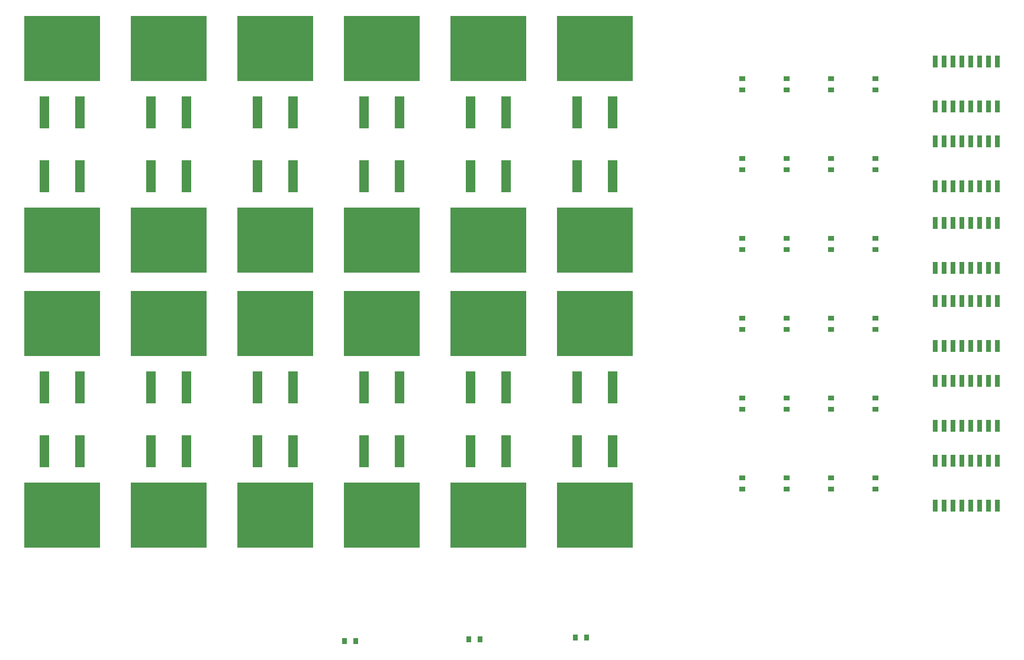
<source format=gbp>
G04 Layer_Color=128*
%FSAX25Y25*%
%MOIN*%
G70*
G01*
G75*
%ADD12R,0.03800X0.03100*%
%ADD15R,0.03100X0.03800*%
%ADD42R,0.02835X0.07008*%
%ADD43R,0.05315X0.18110*%
%ADD44R,0.42520X0.37008*%
D12*
X0599000Y0418000D02*
D03*
Y0411700D02*
D03*
X0549000Y0328000D02*
D03*
Y0321700D02*
D03*
X0524000Y0463000D02*
D03*
Y0456700D02*
D03*
X0599000Y0463000D02*
D03*
Y0456700D02*
D03*
X0524000Y0328000D02*
D03*
Y0321700D02*
D03*
X0599000Y0328000D02*
D03*
Y0321700D02*
D03*
Y0283000D02*
D03*
Y0276700D02*
D03*
X0574000Y0328000D02*
D03*
Y0321700D02*
D03*
Y0463000D02*
D03*
Y0456700D02*
D03*
Y0418000D02*
D03*
Y0411700D02*
D03*
X0549000Y0463000D02*
D03*
Y0456700D02*
D03*
X0574000Y0283000D02*
D03*
Y0276700D02*
D03*
X0599000Y0373000D02*
D03*
Y0366700D02*
D03*
X0549000Y0418000D02*
D03*
Y0411700D02*
D03*
X0574000Y0238000D02*
D03*
Y0231700D02*
D03*
X0549000Y0283000D02*
D03*
Y0276700D02*
D03*
Y0238000D02*
D03*
Y0231700D02*
D03*
X0524000Y0283000D02*
D03*
Y0276700D02*
D03*
X0574000Y0373000D02*
D03*
Y0366700D02*
D03*
X0524000Y0418000D02*
D03*
Y0411700D02*
D03*
X0549000Y0373000D02*
D03*
Y0366700D02*
D03*
X0524000Y0373000D02*
D03*
Y0366700D02*
D03*
Y0238000D02*
D03*
Y0231700D02*
D03*
X0599000Y0238000D02*
D03*
Y0231700D02*
D03*
D15*
X0300000Y0146000D02*
D03*
X0306300D02*
D03*
X0370000Y0147000D02*
D03*
X0376300D02*
D03*
X0430000Y0148000D02*
D03*
X0436300D02*
D03*
D42*
X0632567Y0222189D02*
D03*
X0637567D02*
D03*
X0642567D02*
D03*
X0647567D02*
D03*
X0652567D02*
D03*
X0657567D02*
D03*
X0662567D02*
D03*
X0667567D02*
D03*
Y0247622D02*
D03*
X0662567D02*
D03*
X0657567D02*
D03*
X0652567D02*
D03*
X0647567D02*
D03*
X0642567D02*
D03*
X0637567D02*
D03*
X0632567D02*
D03*
Y0267189D02*
D03*
X0637567D02*
D03*
X0642567D02*
D03*
X0647567D02*
D03*
X0652567D02*
D03*
X0657567D02*
D03*
X0662567D02*
D03*
X0667567D02*
D03*
Y0292622D02*
D03*
X0662567D02*
D03*
X0657567D02*
D03*
X0652567D02*
D03*
X0647567D02*
D03*
X0642567D02*
D03*
X0637567D02*
D03*
X0632567D02*
D03*
Y0312189D02*
D03*
X0637567D02*
D03*
X0642567D02*
D03*
X0647567D02*
D03*
X0652567D02*
D03*
X0657567D02*
D03*
X0662567D02*
D03*
X0667567D02*
D03*
Y0337622D02*
D03*
X0662567D02*
D03*
X0657567D02*
D03*
X0652567D02*
D03*
X0647567D02*
D03*
X0642567D02*
D03*
X0637567D02*
D03*
X0632567D02*
D03*
Y0447189D02*
D03*
X0637567D02*
D03*
X0642567D02*
D03*
X0647567D02*
D03*
X0652567D02*
D03*
X0657567D02*
D03*
X0662567D02*
D03*
X0667567D02*
D03*
Y0472622D02*
D03*
X0662567D02*
D03*
X0657567D02*
D03*
X0652567D02*
D03*
X0647567D02*
D03*
X0642567D02*
D03*
X0637567D02*
D03*
X0632567D02*
D03*
Y0356189D02*
D03*
X0637567D02*
D03*
X0642567D02*
D03*
X0647567D02*
D03*
X0652567D02*
D03*
X0657567D02*
D03*
X0662567D02*
D03*
X0667567D02*
D03*
Y0381622D02*
D03*
X0662567D02*
D03*
X0657567D02*
D03*
X0652567D02*
D03*
X0647567D02*
D03*
X0642567D02*
D03*
X0637567D02*
D03*
X0632567D02*
D03*
Y0402189D02*
D03*
X0637567D02*
D03*
X0642567D02*
D03*
X0647567D02*
D03*
X0652567D02*
D03*
X0657567D02*
D03*
X0662567D02*
D03*
X0667567D02*
D03*
Y0427622D02*
D03*
X0662567D02*
D03*
X0657567D02*
D03*
X0652567D02*
D03*
X0647567D02*
D03*
X0642567D02*
D03*
X0637567D02*
D03*
X0632567D02*
D03*
D43*
X0331000Y0444000D02*
D03*
X0311000D02*
D03*
X0331000Y0289000D02*
D03*
X0311000D02*
D03*
X0271000D02*
D03*
X0251000D02*
D03*
X0131000Y0253000D02*
D03*
X0151000D02*
D03*
X0431000Y0408000D02*
D03*
X0451000D02*
D03*
Y0444000D02*
D03*
X0431000D02*
D03*
X0151000Y0289000D02*
D03*
X0131000D02*
D03*
X0251000Y0253000D02*
D03*
X0271000D02*
D03*
X0151000Y0444000D02*
D03*
X0131000D02*
D03*
Y0408000D02*
D03*
X0151000D02*
D03*
X0311000Y0253000D02*
D03*
X0331000D02*
D03*
X0251000Y0408000D02*
D03*
X0271000D02*
D03*
X0371000Y0253000D02*
D03*
X0391000D02*
D03*
X0371000Y0408000D02*
D03*
X0391000D02*
D03*
Y0444000D02*
D03*
X0371000D02*
D03*
X0391000Y0289000D02*
D03*
X0371000D02*
D03*
X0211000D02*
D03*
X0191000D02*
D03*
Y0253000D02*
D03*
X0211000D02*
D03*
Y0444000D02*
D03*
X0191000D02*
D03*
Y0408000D02*
D03*
X0211000D02*
D03*
X0431000Y0253000D02*
D03*
X0451000D02*
D03*
X0271000Y0444000D02*
D03*
X0251000D02*
D03*
X0451000Y0289000D02*
D03*
X0431000D02*
D03*
X0311000Y0408000D02*
D03*
X0331000D02*
D03*
D44*
X0321000Y0480024D02*
D03*
Y0325024D02*
D03*
X0261000D02*
D03*
X0141000Y0216976D02*
D03*
X0441000Y0371976D02*
D03*
Y0480024D02*
D03*
X0141000Y0325024D02*
D03*
X0261000Y0216976D02*
D03*
X0141000Y0480024D02*
D03*
Y0371976D02*
D03*
X0321000Y0216976D02*
D03*
X0261000Y0371976D02*
D03*
X0381000Y0216976D02*
D03*
Y0371976D02*
D03*
Y0480024D02*
D03*
Y0325024D02*
D03*
X0201000D02*
D03*
Y0216976D02*
D03*
Y0480024D02*
D03*
Y0371976D02*
D03*
X0441000Y0216976D02*
D03*
X0261000Y0480024D02*
D03*
X0441000Y0325024D02*
D03*
X0321000Y0371976D02*
D03*
M02*

</source>
